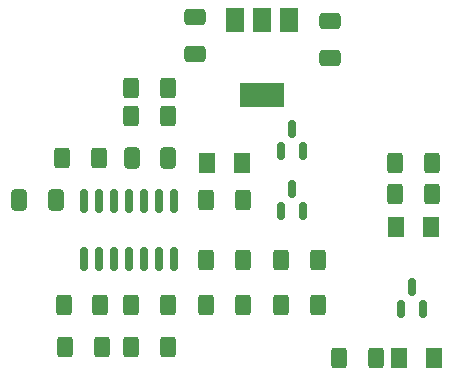
<source format=gtp>
%TF.GenerationSoftware,KiCad,Pcbnew,6.0.2+dfsg-1*%
%TF.CreationDate,2023-09-26T22:36:53+02:00*%
%TF.ProjectId,presence_sensor,70726573-656e-4636-955f-73656e736f72,rev?*%
%TF.SameCoordinates,Original*%
%TF.FileFunction,Paste,Top*%
%TF.FilePolarity,Positive*%
%FSLAX46Y46*%
G04 Gerber Fmt 4.6, Leading zero omitted, Abs format (unit mm)*
G04 Created by KiCad (PCBNEW 6.0.2+dfsg-1) date 2023-09-26 22:36:53*
%MOMM*%
%LPD*%
G01*
G04 APERTURE LIST*
G04 Aperture macros list*
%AMRoundRect*
0 Rectangle with rounded corners*
0 $1 Rounding radius*
0 $2 $3 $4 $5 $6 $7 $8 $9 X,Y pos of 4 corners*
0 Add a 4 corners polygon primitive as box body*
4,1,4,$2,$3,$4,$5,$6,$7,$8,$9,$2,$3,0*
0 Add four circle primitives for the rounded corners*
1,1,$1+$1,$2,$3*
1,1,$1+$1,$4,$5*
1,1,$1+$1,$6,$7*
1,1,$1+$1,$8,$9*
0 Add four rect primitives between the rounded corners*
20,1,$1+$1,$2,$3,$4,$5,0*
20,1,$1+$1,$4,$5,$6,$7,0*
20,1,$1+$1,$6,$7,$8,$9,0*
20,1,$1+$1,$8,$9,$2,$3,0*%
G04 Aperture macros list end*
%ADD10RoundRect,0.150000X0.150000X-0.587500X0.150000X0.587500X-0.150000X0.587500X-0.150000X-0.587500X0*%
%ADD11R,1.500000X2.000000*%
%ADD12R,3.800000X2.000000*%
%ADD13RoundRect,0.250001X-0.462499X-0.624999X0.462499X-0.624999X0.462499X0.624999X-0.462499X0.624999X0*%
%ADD14RoundRect,0.250000X-0.400000X-0.625000X0.400000X-0.625000X0.400000X0.625000X-0.400000X0.625000X0*%
%ADD15RoundRect,0.250000X0.412500X0.650000X-0.412500X0.650000X-0.412500X-0.650000X0.412500X-0.650000X0*%
%ADD16RoundRect,0.250000X0.400000X0.625000X-0.400000X0.625000X-0.400000X-0.625000X0.400000X-0.625000X0*%
%ADD17RoundRect,0.250000X-0.650000X0.412500X-0.650000X-0.412500X0.650000X-0.412500X0.650000X0.412500X0*%
%ADD18RoundRect,0.250001X0.462499X0.624999X-0.462499X0.624999X-0.462499X-0.624999X0.462499X-0.624999X0*%
%ADD19RoundRect,0.150000X0.150000X-0.825000X0.150000X0.825000X-0.150000X0.825000X-0.150000X-0.825000X0*%
%ADD20RoundRect,0.250000X0.650000X-0.412500X0.650000X0.412500X-0.650000X0.412500X-0.650000X-0.412500X0*%
G04 APERTURE END LIST*
D10*
%TO.C,Q40*%
X88655000Y-89272500D03*
X90555000Y-89272500D03*
X89605000Y-87397500D03*
%TD*%
D11*
%TO.C,U50*%
X79205000Y-64850000D03*
D12*
X76905000Y-71150000D03*
D11*
X76905000Y-64850000D03*
X74605000Y-64850000D03*
%TD*%
D13*
%TO.C,D10*%
X72242500Y-76905000D03*
X75217500Y-76905000D03*
%TD*%
D14*
%TO.C,R20*%
X72180000Y-85160000D03*
X75280000Y-85160000D03*
%TD*%
%TO.C,R21*%
X78530000Y-88970000D03*
X81630000Y-88970000D03*
%TD*%
D15*
%TO.C,C1*%
X59417500Y-80080000D03*
X56292500Y-80080000D03*
%TD*%
D14*
%TO.C,R4*%
X65830000Y-92526000D03*
X68930000Y-92526000D03*
%TD*%
D16*
%TO.C,R30*%
X91282000Y-79572000D03*
X88182000Y-79572000D03*
%TD*%
D14*
%TO.C,R3*%
X60242000Y-92526000D03*
X63342000Y-92526000D03*
%TD*%
D10*
%TO.C,Q30*%
X78495000Y-75937500D03*
X80395000Y-75937500D03*
X79445000Y-74062500D03*
%TD*%
D17*
%TO.C,C51*%
X71190000Y-64547500D03*
X71190000Y-67672500D03*
%TD*%
D14*
%TO.C,R10*%
X65830000Y-70555000D03*
X68930000Y-70555000D03*
%TD*%
D16*
%TO.C,R2*%
X63215000Y-88970000D03*
X60115000Y-88970000D03*
%TD*%
%TO.C,R31*%
X91282000Y-76905000D03*
X88182000Y-76905000D03*
%TD*%
D14*
%TO.C,R1*%
X72180000Y-88970000D03*
X75280000Y-88970000D03*
%TD*%
D16*
%TO.C,R100*%
X63062000Y-76524000D03*
X59962000Y-76524000D03*
%TD*%
D14*
%TO.C,R23*%
X78530000Y-85160000D03*
X81630000Y-85160000D03*
%TD*%
D15*
%TO.C,C10*%
X68981000Y-76524000D03*
X65856000Y-76524000D03*
%TD*%
D18*
%TO.C,D30*%
X91219500Y-82366000D03*
X88244500Y-82366000D03*
%TD*%
D16*
%TO.C,R5*%
X68930000Y-88970000D03*
X65830000Y-88970000D03*
%TD*%
D19*
%TO.C,U1*%
X61860000Y-85095000D03*
X63130000Y-85095000D03*
X64400000Y-85095000D03*
X65670000Y-85095000D03*
X66940000Y-85095000D03*
X68210000Y-85095000D03*
X69480000Y-85095000D03*
X69480000Y-80145000D03*
X68210000Y-80145000D03*
X66940000Y-80145000D03*
X65670000Y-80145000D03*
X64400000Y-80145000D03*
X63130000Y-80145000D03*
X61860000Y-80145000D03*
%TD*%
D16*
%TO.C,R11*%
X68904000Y-72968000D03*
X65804000Y-72968000D03*
%TD*%
D13*
%TO.C,D60*%
X88512500Y-93415000D03*
X91487500Y-93415000D03*
%TD*%
D16*
%TO.C,R22*%
X75280000Y-80080000D03*
X72180000Y-80080000D03*
%TD*%
D10*
%TO.C,Q20*%
X78495000Y-81017500D03*
X80395000Y-81017500D03*
X79445000Y-79142500D03*
%TD*%
D16*
%TO.C,R60*%
X86550000Y-93415000D03*
X83450000Y-93415000D03*
%TD*%
D20*
%TO.C,C52*%
X82620000Y-68053500D03*
X82620000Y-64928500D03*
%TD*%
M02*

</source>
